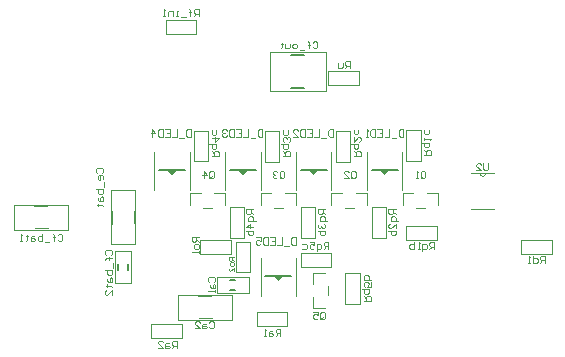
<source format=gbo>
G04*
G04 #@! TF.GenerationSoftware,Altium Limited,Altium Designer,20.2.4 (192)*
G04*
G04 Layer_Color=32896*
%FSLAX25Y25*%
%MOIN*%
G70*
G04*
G04 #@! TF.SameCoordinates,A4C890F2-BA2B-4C22-B79F-40179FF621D5*
G04*
G04*
G04 #@! TF.FilePolarity,Positive*
G04*
G01*
G75*
%ADD13C,0.00400*%
%ADD14C,0.00300*%
%ADD16C,0.00500*%
%ADD18C,0.00315*%
%ADD20C,0.00250*%
%ADD22C,0.00394*%
%ADD23C,0.00591*%
G36*
X61614Y64173D02*
X60039Y62598D01*
X58465Y64173D01*
X61614D01*
D02*
G37*
G36*
X85236D02*
X83661Y62598D01*
X82087Y64173D01*
X85236D01*
D02*
G37*
G36*
X97047Y28740D02*
X95472Y27165D01*
X93898Y28740D01*
X97047D01*
D02*
G37*
G36*
X108858Y64173D02*
X107283Y62598D01*
X105709Y64173D01*
X108858D01*
D02*
G37*
G36*
X132480D02*
X130905Y62598D01*
X129331Y64173D01*
X132480D01*
D02*
G37*
D13*
X106890Y18103D02*
X111024D01*
X106890D02*
Y21745D01*
X112008Y22532D02*
Y25485D01*
X106890Y29914D02*
X111024D01*
X106890Y26272D02*
Y29914D01*
X136890Y52461D02*
Y56595D01*
X140532D01*
X141319Y51476D02*
X144272D01*
X148701Y52461D02*
Y56595D01*
X145059D02*
X148701D01*
X113189Y52461D02*
Y56595D01*
X116831D01*
X117618Y51476D02*
X120571D01*
X125000Y52461D02*
Y56595D01*
X121358D02*
X125000D01*
X89567Y52461D02*
Y56595D01*
X93209D01*
X93996Y51476D02*
X96949D01*
X101378Y52461D02*
Y56595D01*
X97736D02*
X101378D01*
X65965Y52461D02*
Y56595D01*
X69606D01*
X70394Y51476D02*
X73347D01*
X77776Y52461D02*
Y56595D01*
X74134D02*
X77776D01*
D14*
X75015Y23249D02*
Y28367D01*
X85645D01*
Y23249D02*
Y28367D01*
X75015Y23249D02*
X85645D01*
X88287Y12088D02*
X98524D01*
Y16812D01*
X88287D02*
X98524D01*
X88287Y12088D02*
Y16812D01*
X41142Y37106D02*
X46260D01*
Y26476D02*
Y37106D01*
X41142Y26476D02*
X46260D01*
X41142D02*
Y37106D01*
X57972Y114173D02*
X68209D01*
X57972Y109449D02*
Y114173D01*
Y109449D02*
X68209D01*
Y114173D01*
X136811Y57480D02*
Y70079D01*
X125000Y57480D02*
Y70079D01*
X101378Y57480D02*
Y70079D01*
X113189Y57480D02*
Y70079D01*
X89567Y57480D02*
Y70079D01*
X77756Y57480D02*
Y70079D01*
X54134Y57480D02*
Y70079D01*
X65945Y57480D02*
Y70079D01*
X101378Y22047D02*
Y34646D01*
X89567Y22047D02*
Y34646D01*
X79331Y51673D02*
X84055D01*
Y41437D02*
Y51673D01*
X79331Y41437D02*
X84055D01*
X79331D02*
Y51673D01*
X69528Y36006D02*
X79764D01*
Y40730D01*
X69528D02*
X79764D01*
X69528Y36006D02*
Y40730D01*
X81299Y30017D02*
X86024D01*
X81299D02*
Y40253D01*
X86024D01*
Y30017D02*
Y40253D01*
X92668Y90350D02*
Y103350D01*
X111268D01*
Y90350D02*
Y103350D01*
X92668Y90350D02*
X111268D01*
X103150Y51673D02*
X107874D01*
Y41437D02*
Y51673D01*
X103150Y41437D02*
X107874D01*
X103150D02*
Y51673D01*
X112008Y97047D02*
X122244D01*
X112008Y92323D02*
Y97047D01*
Y92323D02*
X122244D01*
Y97047D01*
X176378Y40862D02*
X186614D01*
X176378Y36138D02*
Y40862D01*
Y36138D02*
X186614D01*
Y40862D01*
X53110Y7991D02*
X63346D01*
Y12715D01*
X53110D02*
X63346D01*
X53110Y7991D02*
Y12715D01*
X148228Y40748D02*
Y45472D01*
X137992Y40748D02*
X148228D01*
X137992D02*
Y45472D01*
X148228D01*
X126772Y41437D02*
Y51673D01*
Y41437D02*
X131496D01*
Y51673D01*
X126772D02*
X131496D01*
X117854Y29727D02*
X122579D01*
Y19490D02*
Y29727D01*
X117854Y19490D02*
X122579D01*
X117854D02*
Y29727D01*
X142913Y67224D02*
Y77461D01*
X138189D02*
X142913D01*
X138189Y67224D02*
Y77461D01*
Y67224D02*
X142913D01*
X114764Y66929D02*
X119488D01*
X114764D02*
Y77165D01*
X119488D01*
Y66929D02*
Y77165D01*
X95768Y66929D02*
Y77165D01*
X91043D02*
X95768D01*
X91043Y66929D02*
Y77165D01*
Y66929D02*
X95768D01*
X67421Y67028D02*
X72146D01*
X67421D02*
Y77264D01*
X72146D01*
Y67028D02*
Y77264D01*
X102894Y31890D02*
X113130D01*
Y36614D01*
X102894D02*
X113130D01*
X102894Y31890D02*
Y36614D01*
D16*
X79445Y24234D02*
X81216D01*
X79445Y27383D02*
X81216D01*
X42126Y30906D02*
Y32677D01*
X45276Y30906D02*
Y32677D01*
X99843Y102362D02*
X104095D01*
X99843Y91339D02*
X104095D01*
D18*
X80709Y35089D02*
X78938D01*
Y34203D01*
X79233Y33908D01*
X79823D01*
X80118Y34203D01*
Y35089D01*
Y34498D02*
X80709Y33908D01*
Y33022D02*
Y32432D01*
X80414Y32137D01*
X79823D01*
X79528Y32432D01*
Y33022D01*
X79823Y33318D01*
X80414D01*
X80709Y33022D01*
Y30366D02*
Y31546D01*
X79528Y30366D01*
X79233D01*
X78938Y30661D01*
Y31251D01*
X79233Y31546D01*
D20*
X61909Y22442D02*
X80020D01*
X61909Y14174D02*
Y22442D01*
Y14174D02*
X80020D01*
Y22442D01*
X68976Y14658D02*
X73228D01*
X68779Y21958D02*
X73032D01*
X14207Y52016D02*
X18459D01*
X14403Y44716D02*
X18655D01*
X25447Y44232D02*
Y52500D01*
X7337Y44232D02*
X25447D01*
X7337D02*
Y52500D01*
X25447D01*
X47351Y46358D02*
Y50610D01*
X40051Y46161D02*
Y50413D01*
X39567Y39370D02*
X47835D01*
X39567D02*
Y57480D01*
X47835D01*
Y39370D02*
Y57480D01*
D22*
X162653Y62992D02*
G03*
X164631Y62992I989J0D01*
G01*
X159803Y50984D02*
X167480D01*
X159803Y62992D02*
X167480D01*
X21947Y42519D02*
X22341Y42913D01*
X23128D01*
X23521Y42519D01*
Y40945D01*
X23128Y40551D01*
X22341D01*
X21947Y40945D01*
X20766Y40551D02*
Y42519D01*
Y41732D01*
X21160D01*
X20373D01*
X20766D01*
Y42519D01*
X20373Y42913D01*
X19192Y40158D02*
X17618D01*
X16831Y42913D02*
Y40551D01*
X15650D01*
X15256Y40945D01*
Y41339D01*
Y41732D01*
X15650Y42126D01*
X16831D01*
X14076D02*
X13288D01*
X12895Y41732D01*
Y40551D01*
X14076D01*
X14469Y40945D01*
X14076Y41339D01*
X12895D01*
X11714Y42519D02*
Y42126D01*
X12108D01*
X11321D01*
X11714D01*
Y40945D01*
X11321Y40551D01*
X10140D02*
X9353D01*
X9746D01*
Y42913D01*
X10140Y42519D01*
X111024Y50984D02*
X108662D01*
Y49804D01*
X109056Y49410D01*
X109843D01*
X110237Y49804D01*
Y50984D01*
Y50197D02*
X111024Y49410D01*
X111811Y47049D02*
X109449D01*
Y48229D01*
X109843Y48623D01*
X110630D01*
X111024Y48229D01*
Y47049D01*
X109056Y46261D02*
X108662Y45868D01*
Y45081D01*
X109056Y44687D01*
X109449D01*
X109843Y45081D01*
Y45474D01*
Y45081D01*
X110237Y44687D01*
X110630D01*
X111024Y45081D01*
Y45868D01*
X110630Y46261D01*
X108662Y43900D02*
X111024D01*
Y42719D01*
X110630Y42326D01*
X110237D01*
X109843D01*
X109449Y42719D01*
Y43900D01*
X68896Y115453D02*
Y117815D01*
X67715D01*
X67321Y117421D01*
Y116634D01*
X67715Y116240D01*
X68896D01*
X68109D02*
X67321Y115453D01*
X66141D02*
Y117421D01*
Y116634D01*
X66534D01*
X65747D01*
X66141D01*
Y117421D01*
X65747Y117815D01*
X64566Y115059D02*
X62992D01*
X62205Y115453D02*
X61418D01*
X61811D01*
Y117027D01*
X62205D01*
X60237Y115453D02*
Y117027D01*
X59056D01*
X58663Y116634D01*
Y115453D01*
X57876D02*
X57089D01*
X57482D01*
Y117815D01*
X57876Y117421D01*
X96161Y8889D02*
Y11250D01*
X94980D01*
X94586Y10857D01*
Y10070D01*
X94980Y9676D01*
X96161D01*
X95373D02*
X94586Y8889D01*
X93405Y10463D02*
X92618D01*
X92225Y10070D01*
Y8889D01*
X93405D01*
X93799Y9283D01*
X93405Y9676D01*
X92225D01*
X91438Y8889D02*
X90650D01*
X91044D01*
Y11250D01*
X91438Y10857D01*
X109547Y14863D02*
Y16437D01*
X109941Y16830D01*
X110728D01*
X111121Y16437D01*
Y14863D01*
X110728Y14469D01*
X109941D01*
X110334Y15256D02*
X109547Y14469D01*
X109941D02*
X109547Y14863D01*
X107186Y16830D02*
X108760D01*
Y15650D01*
X107973Y16043D01*
X107579D01*
X107186Y15650D01*
Y14863D01*
X107579Y14469D01*
X108366D01*
X108760Y14863D01*
X72539Y61811D02*
Y63386D01*
X72933Y63779D01*
X73720D01*
X74114Y63386D01*
Y61811D01*
X73720Y61418D01*
X72933D01*
X73326Y62205D02*
X72539Y61418D01*
X72933D02*
X72539Y61811D01*
X70571Y61418D02*
Y63779D01*
X71752Y62598D01*
X70178D01*
X95958Y61811D02*
Y63386D01*
X96352Y63779D01*
X97139D01*
X97532Y63386D01*
Y61811D01*
X97139Y61418D01*
X96352D01*
X96745Y62205D02*
X95958Y61418D01*
X96352D02*
X95958Y61811D01*
X95171Y63386D02*
X94778Y63779D01*
X93990D01*
X93597Y63386D01*
Y62992D01*
X93990Y62598D01*
X94384D01*
X93990D01*
X93597Y62205D01*
Y61811D01*
X93990Y61418D01*
X94778D01*
X95171Y61811D01*
X119685D02*
Y63386D01*
X120079Y63779D01*
X120866D01*
X121259Y63386D01*
Y61811D01*
X120866Y61418D01*
X120079D01*
X120472Y62205D02*
X119685Y61418D01*
X120079D02*
X119685Y61811D01*
X117324Y61418D02*
X118898D01*
X117324Y62992D01*
Y63386D01*
X117717Y63779D01*
X118504D01*
X118898Y63386D01*
X142913Y61811D02*
Y63386D01*
X143307Y63779D01*
X144094D01*
X144488Y63386D01*
Y61811D01*
X144094Y61418D01*
X143307D01*
X143701Y62205D02*
X142913Y61418D01*
X143307D02*
X142913Y61811D01*
X142126Y61418D02*
X141339D01*
X141733D01*
Y63779D01*
X142126Y63386D01*
X38150Y35818D02*
X37756Y36211D01*
Y36999D01*
X38150Y37392D01*
X39724D01*
X40118Y36999D01*
Y36211D01*
X39724Y35818D01*
X40118Y34637D02*
X38150D01*
X38937D01*
Y35031D01*
Y34244D01*
Y34637D01*
X38150D01*
X37756Y34244D01*
X40511Y33063D02*
Y31488D01*
X37756Y30701D02*
X40118D01*
Y29521D01*
X39724Y29127D01*
X39331D01*
X38937D01*
X38543Y29521D01*
Y30701D01*
Y27946D02*
Y27159D01*
X38937Y26766D01*
X40118D01*
Y27946D01*
X39724Y28340D01*
X39331Y27946D01*
Y26766D01*
X38150Y25585D02*
X38543D01*
Y25978D01*
Y25191D01*
Y25585D01*
X39724D01*
X40118Y25191D01*
Y22436D02*
Y24011D01*
X38543Y22436D01*
X38150D01*
X37756Y22830D01*
Y23617D01*
X38150Y24011D01*
X35040Y63187D02*
X34646Y63581D01*
Y64368D01*
X35040Y64762D01*
X36614D01*
X37007Y64368D01*
Y63581D01*
X36614Y63187D01*
X37007Y61220D02*
Y62007D01*
X36614Y62400D01*
X35827D01*
X35433Y62007D01*
Y61220D01*
X35827Y60826D01*
X36220D01*
Y62400D01*
X37401Y60039D02*
Y58465D01*
X34646Y57677D02*
X37007D01*
Y56497D01*
X36614Y56103D01*
X36220D01*
X35827D01*
X35433Y56497D01*
Y57677D01*
Y54922D02*
Y54135D01*
X35827Y53742D01*
X37007D01*
Y54922D01*
X36614Y55316D01*
X36220Y54922D01*
Y53742D01*
X35040Y52561D02*
X35433D01*
Y52955D01*
Y52167D01*
Y52561D01*
X36614D01*
X37007Y52167D01*
X72440Y13267D02*
X72834Y13661D01*
X73621D01*
X74015Y13267D01*
Y11693D01*
X73621Y11300D01*
X72834D01*
X72440Y11693D01*
X71260Y12874D02*
X70473D01*
X70079Y12480D01*
Y11300D01*
X71260D01*
X71653Y11693D01*
X71260Y12087D01*
X70079D01*
X67718Y11300D02*
X69292D01*
X67718Y12874D01*
Y13267D01*
X68111Y13661D01*
X68898D01*
X69292Y13267D01*
X72507Y26909D02*
X72146Y27270D01*
Y27991D01*
X72507Y28352D01*
X73950D01*
X74311Y27991D01*
Y27270D01*
X73950Y26909D01*
X72868Y25827D02*
Y25105D01*
X73228Y24744D01*
X74311D01*
Y25827D01*
X73950Y26188D01*
X73589Y25827D01*
Y24744D01*
X74311Y24023D02*
Y23301D01*
Y23662D01*
X72146D01*
X72507Y24023D01*
X119291Y98130D02*
Y100491D01*
X118111D01*
X117717Y100098D01*
Y99311D01*
X118111Y98917D01*
X119291D01*
X118504D02*
X117717Y98130D01*
X116930Y99704D02*
Y98523D01*
X116536Y98130D01*
X115356D01*
Y99704D01*
X165453Y66338D02*
Y64370D01*
X165059Y63976D01*
X164272D01*
X163879Y64370D01*
Y66338D01*
X161517Y63976D02*
X163091D01*
X161517Y65551D01*
Y65944D01*
X161911Y66338D01*
X162698D01*
X163091Y65944D01*
X184252Y33190D02*
Y35552D01*
X183071D01*
X182678Y35158D01*
Y34371D01*
X183071Y33977D01*
X184252D01*
X183465D02*
X182678Y33190D01*
X180316Y35552D02*
Y33190D01*
X181497D01*
X181890Y33584D01*
Y34371D01*
X181497Y34764D01*
X180316D01*
X179529Y33190D02*
X178742D01*
X179136D01*
Y35552D01*
X179529Y35158D01*
X112198Y37844D02*
Y40206D01*
X111018D01*
X110624Y39812D01*
Y39025D01*
X111018Y38632D01*
X112198D01*
X111411D02*
X110624Y37844D01*
X108263Y37057D02*
Y39419D01*
X109443D01*
X109837Y39025D01*
Y38238D01*
X109443Y37844D01*
X108263D01*
X105901Y40206D02*
X107475D01*
Y39025D01*
X106688Y39419D01*
X106295D01*
X105901Y39025D01*
Y38238D01*
X106295Y37844D01*
X107082D01*
X107475Y38238D01*
X103540Y39419D02*
X104720D01*
X105114Y39025D01*
Y38238D01*
X104720Y37844D01*
X103540D01*
X73228Y68799D02*
X75590D01*
Y69980D01*
X75196Y70373D01*
X74409D01*
X74015Y69980D01*
Y68799D01*
Y69586D02*
X73228Y70373D01*
X72441Y72735D02*
X74803D01*
Y71554D01*
X74409Y71161D01*
X73622D01*
X73228Y71554D01*
Y72735D01*
Y74703D02*
X75590D01*
X74409Y73522D01*
Y75096D01*
X74803Y77458D02*
Y76277D01*
X74409Y75884D01*
X73622D01*
X73228Y76277D01*
Y77458D01*
X97047Y68799D02*
X99409D01*
Y69980D01*
X99015Y70373D01*
X98228D01*
X97834Y69980D01*
Y68799D01*
Y69586D02*
X97047Y70373D01*
X96260Y72735D02*
X98621D01*
Y71554D01*
X98228Y71161D01*
X97441D01*
X97047Y71554D01*
Y72735D01*
X99015Y73522D02*
X99409Y73916D01*
Y74703D01*
X99015Y75096D01*
X98621D01*
X98228Y74703D01*
Y74309D01*
Y74703D01*
X97834Y75096D01*
X97441D01*
X97047Y74703D01*
Y73916D01*
X97441Y73522D01*
X98621Y77458D02*
Y76277D01*
X98228Y75884D01*
X97441D01*
X97047Y76277D01*
Y77458D01*
X120571Y68898D02*
X122932D01*
Y70078D01*
X122539Y70472D01*
X121752D01*
X121358Y70078D01*
Y68898D01*
Y69685D02*
X120571Y70472D01*
X119784Y72833D02*
X122145D01*
Y71653D01*
X121752Y71259D01*
X120964D01*
X120571Y71653D01*
Y72833D01*
Y75195D02*
Y73620D01*
X122145Y75195D01*
X122539D01*
X122932Y74801D01*
Y74014D01*
X122539Y73620D01*
X122145Y77556D02*
Y76376D01*
X121752Y75982D01*
X120964D01*
X120571Y76376D01*
Y77556D01*
X144095Y69272D02*
X146456D01*
Y70452D01*
X146062Y70846D01*
X145275D01*
X144882Y70452D01*
Y69272D01*
Y70059D02*
X144095Y70846D01*
X143307Y73207D02*
X145669D01*
Y72027D01*
X145275Y71633D01*
X144488D01*
X144095Y72027D01*
Y73207D01*
Y73994D02*
Y74782D01*
Y74388D01*
X146456D01*
X146062Y73994D01*
X145669Y77537D02*
Y76356D01*
X145275Y75962D01*
X144488D01*
X144095Y76356D01*
Y77537D01*
X124016Y20472D02*
X126377D01*
Y21653D01*
X125984Y22047D01*
X125197D01*
X124803Y21653D01*
Y20472D01*
Y21260D02*
X124016Y22047D01*
X123229Y24408D02*
X125590D01*
Y23227D01*
X125197Y22834D01*
X124409D01*
X124016Y23227D01*
Y24408D01*
X126377Y26770D02*
Y25195D01*
X125197D01*
X125590Y25982D01*
Y26376D01*
X125197Y26770D01*
X124409D01*
X124016Y26376D01*
Y25589D01*
X124409Y25195D01*
X126377Y27557D02*
X124016D01*
Y28738D01*
X124409Y29131D01*
X124803D01*
X125197D01*
X125590Y28738D01*
Y27557D01*
X87106Y50984D02*
X84745D01*
Y49804D01*
X85138Y49410D01*
X85926D01*
X86319Y49804D01*
Y50984D01*
Y50197D02*
X87106Y49410D01*
X87893Y47049D02*
X85532D01*
Y48229D01*
X85926Y48623D01*
X86713D01*
X87106Y48229D01*
Y47049D01*
Y45081D02*
X84745D01*
X85926Y46261D01*
Y44687D01*
X84745Y43900D02*
X87106D01*
Y42719D01*
X86713Y42326D01*
X86319D01*
X85926D01*
X85532Y42719D01*
Y43900D01*
X134567Y50984D02*
X132205D01*
Y49804D01*
X132599Y49410D01*
X133386D01*
X133780Y49804D01*
Y50984D01*
Y50197D02*
X134567Y49410D01*
X135354Y47049D02*
X132993D01*
Y48229D01*
X133386Y48623D01*
X134173D01*
X134567Y48229D01*
Y47049D01*
Y44687D02*
Y46261D01*
X132993Y44687D01*
X132599D01*
X132205Y45081D01*
Y45868D01*
X132599Y46261D01*
X132205Y43900D02*
X134567D01*
Y42719D01*
X134173Y42326D01*
X133780D01*
X133386D01*
X132993Y42719D01*
Y43900D01*
X147445Y37795D02*
Y40157D01*
X146265D01*
X145871Y39763D01*
Y38976D01*
X146265Y38582D01*
X147445D01*
X146658D02*
X145871Y37795D01*
X143510Y37008D02*
Y39370D01*
X144690D01*
X145084Y38976D01*
Y38189D01*
X144690Y37795D01*
X143510D01*
X142722D02*
X141935D01*
X142329D01*
Y40157D01*
X142722Y39763D01*
X140755Y40157D02*
Y37795D01*
X139574D01*
X139180Y38189D01*
Y38582D01*
Y38976D01*
X139574Y39370D01*
X140755D01*
X61673Y4823D02*
Y7184D01*
X60492D01*
X60099Y6791D01*
Y6004D01*
X60492Y5610D01*
X61673D01*
X60886D02*
X60099Y4823D01*
X58918Y6397D02*
X58131D01*
X57737Y6004D01*
Y4823D01*
X58918D01*
X59312Y5216D01*
X58918Y5610D01*
X57737D01*
X55376Y4823D02*
X56950D01*
X55376Y6397D01*
Y6791D01*
X55770Y7184D01*
X56557D01*
X56950Y6791D01*
X68996Y41822D02*
X66635D01*
Y40641D01*
X67028Y40247D01*
X67815D01*
X68209Y40641D01*
Y41822D01*
Y41035D02*
X68996Y40247D01*
Y39067D02*
Y38280D01*
X68603Y37886D01*
X67815D01*
X67422Y38280D01*
Y39067D01*
X67815Y39460D01*
X68603D01*
X68996Y39067D01*
Y37099D02*
Y36312D01*
Y36705D01*
X66635D01*
X67028Y37099D01*
X101378Y41633D02*
Y39272D01*
X100197D01*
X99804Y39665D01*
Y41240D01*
X100197Y41633D01*
X101378D01*
X99016Y38878D02*
X97442D01*
X96655Y41633D02*
Y39272D01*
X95081D01*
X92719Y41633D02*
X94294D01*
Y39272D01*
X92719D01*
X94294Y40452D02*
X93506D01*
X91932Y41633D02*
Y39272D01*
X90751D01*
X90358Y39665D01*
Y41240D01*
X90751Y41633D01*
X91932D01*
X87997D02*
X89571D01*
Y40452D01*
X88784Y40846D01*
X88390D01*
X87997Y40452D01*
Y39665D01*
X88390Y39272D01*
X89177D01*
X89571Y39665D01*
X66339Y77645D02*
Y75283D01*
X65158D01*
X64764Y75677D01*
Y77251D01*
X65158Y77645D01*
X66339D01*
X63977Y74890D02*
X62403D01*
X61616Y77645D02*
Y75283D01*
X60041D01*
X57680Y77645D02*
X59254D01*
Y75283D01*
X57680D01*
X59254Y76464D02*
X58467D01*
X56893Y77645D02*
Y75283D01*
X55712D01*
X55318Y75677D01*
Y77251D01*
X55712Y77645D01*
X56893D01*
X53351Y75283D02*
Y77645D01*
X54531Y76464D01*
X52957D01*
X90158Y77645D02*
Y75283D01*
X88977D01*
X88583Y75677D01*
Y77251D01*
X88977Y77645D01*
X90158D01*
X87796Y74890D02*
X86222D01*
X85435Y77645D02*
Y75283D01*
X83860D01*
X81499Y77645D02*
X83073D01*
Y75283D01*
X81499D01*
X83073Y76464D02*
X82286D01*
X80712Y77645D02*
Y75283D01*
X79531D01*
X79137Y75677D01*
Y77251D01*
X79531Y77645D01*
X80712D01*
X78350Y77251D02*
X77957Y77645D01*
X77170D01*
X76776Y77251D01*
Y76858D01*
X77170Y76464D01*
X77563D01*
X77170D01*
X76776Y76071D01*
Y75677D01*
X77170Y75283D01*
X77957D01*
X78350Y75677D01*
X113779Y77645D02*
Y75283D01*
X112599D01*
X112205Y75677D01*
Y77251D01*
X112599Y77645D01*
X113779D01*
X111418Y74890D02*
X109844D01*
X109057Y77645D02*
Y75283D01*
X107482D01*
X105121Y77645D02*
X106695D01*
Y75283D01*
X105121D01*
X106695Y76464D02*
X105908D01*
X104334Y77645D02*
Y75283D01*
X103153D01*
X102760Y75677D01*
Y77251D01*
X103153Y77645D01*
X104334D01*
X100398Y75283D02*
X101972D01*
X100398Y76858D01*
Y77251D01*
X100792Y77645D01*
X101579D01*
X101972Y77251D01*
X137205Y77647D02*
Y75285D01*
X136024D01*
X135630Y75679D01*
Y77253D01*
X136024Y77647D01*
X137205D01*
X134843Y74892D02*
X133269D01*
X132482Y77647D02*
Y75285D01*
X130907D01*
X128546Y77647D02*
X130120D01*
Y75285D01*
X128546D01*
X130120Y76466D02*
X129333D01*
X127759Y77647D02*
Y75285D01*
X126578D01*
X126185Y75679D01*
Y77253D01*
X126578Y77647D01*
X127759D01*
X125398Y75285D02*
X124610D01*
X125004D01*
Y77647D01*
X125398Y77253D01*
X106890Y106594D02*
X107284Y106987D01*
X108071D01*
X108465Y106594D01*
Y105020D01*
X108071Y104626D01*
X107284D01*
X106890Y105020D01*
X105710Y104626D02*
Y106594D01*
Y105807D01*
X106103D01*
X105316D01*
X105710D01*
Y106594D01*
X105316Y106987D01*
X104135Y104232D02*
X102561D01*
X101380Y104626D02*
X100593D01*
X100199Y105020D01*
Y105807D01*
X100593Y106200D01*
X101380D01*
X101774Y105807D01*
Y105020D01*
X101380Y104626D01*
X99412Y106200D02*
Y105020D01*
X99019Y104626D01*
X97838D01*
Y106200D01*
X96657Y106594D02*
Y106200D01*
X97051D01*
X96264D01*
X96657D01*
Y105020D01*
X96264Y104626D01*
D23*
X126575Y64173D02*
X135236D01*
X102953D02*
X111614D01*
X79331D02*
X87992D01*
X55709D02*
X64370D01*
X91142Y28740D02*
X99803D01*
M02*

</source>
